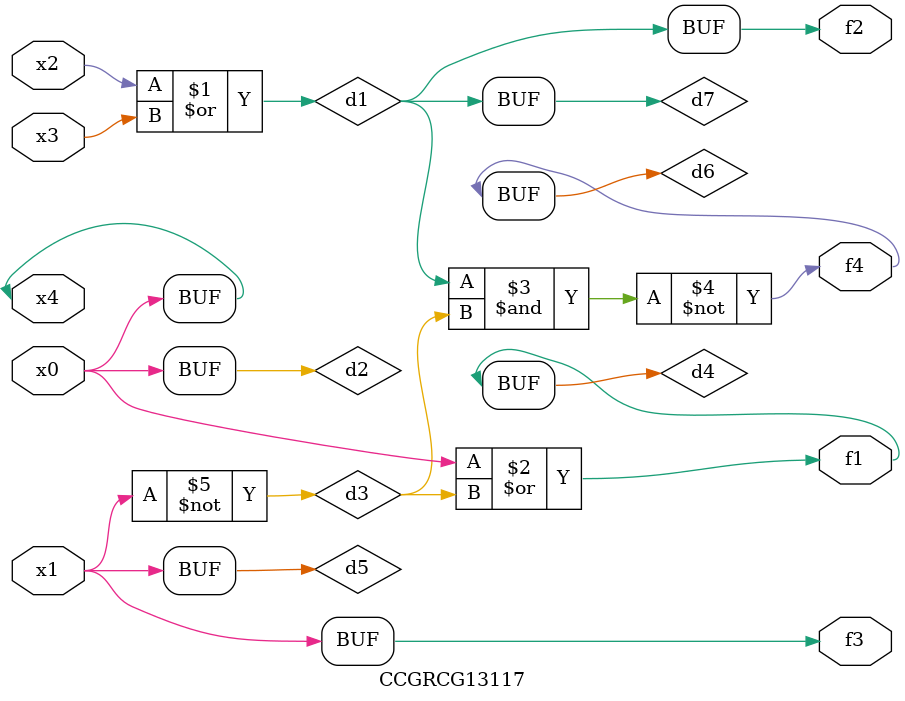
<source format=v>
module CCGRCG13117(
	input x0, x1, x2, x3, x4,
	output f1, f2, f3, f4
);

	wire d1, d2, d3, d4, d5, d6, d7;

	or (d1, x2, x3);
	buf (d2, x0, x4);
	not (d3, x1);
	or (d4, d2, d3);
	not (d5, d3);
	nand (d6, d1, d3);
	or (d7, d1);
	assign f1 = d4;
	assign f2 = d7;
	assign f3 = d5;
	assign f4 = d6;
endmodule

</source>
